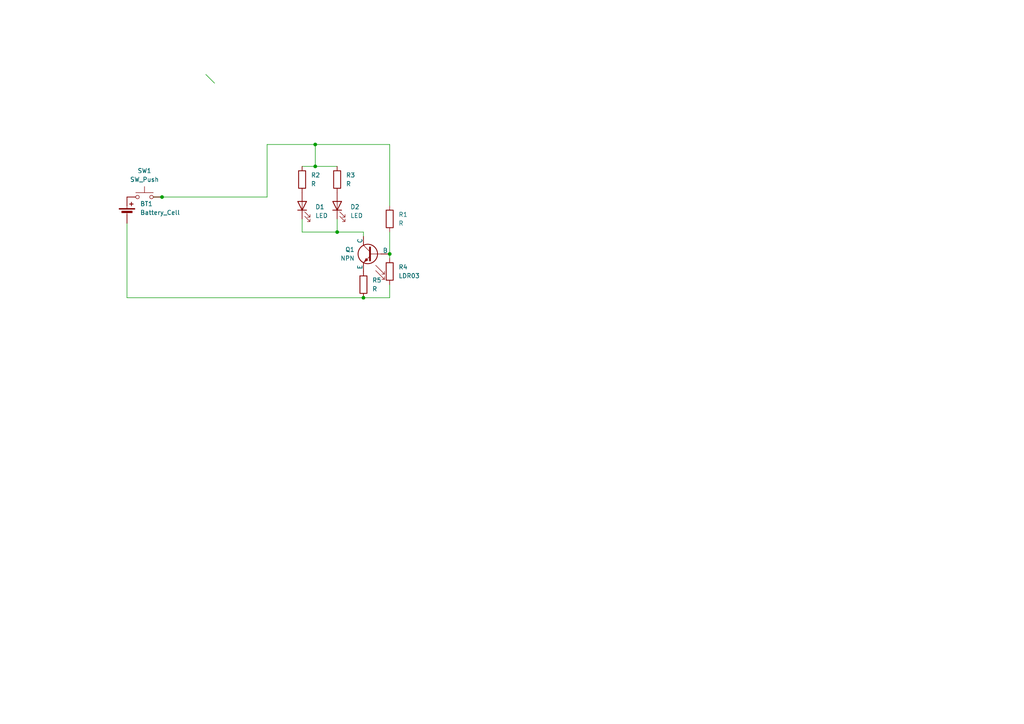
<source format=kicad_sch>
(kicad_sch (version 20250114) (generator "eeschema") (generator_version "9.0")
  (paper "A4")
  (lib_symbols
    (symbol "Device:Battery_Cell" (pin_numbers (hide yes)) (pin_names (offset 0) (hide yes))
      (property "Reference" "BT" (at 2.54 2.54 0))
      (property "Value" "Battery_Cell" (at 2.54 0 0))
      (symbol "Battery_Cell_0_1"
        (rectangle (start -2.286 1.778) (end 2.286 1.524) (fill (type outline)))
        (rectangle (start -1.524 1.016) (end 1.524 0.508) (fill (type outline)))
        (polyline (pts (xy 0 1.778) (xy 0 2.54)))
        (polyline (pts (xy 0 0.762) (xy 0 0)))
        (polyline (pts (xy 0.762 3.048) (xy 1.778 3.048)) (stroke (width 0.254)))
        (polyline (pts (xy 1.27 3.556) (xy 1.27 2.54)) (stroke (width 0.254)))
      )
      (symbol "Battery_Cell_1_1"
        (pin passive line (at 0 5.08 270) (length 2.54) (name "+") (number "1"))
        (pin passive line (at 0 -2.54 90) (length 2.54) (name "-") (number "2"))
      )
    )
    (symbol "Device:LED" (pin_numbers (hide yes)) (pin_names (offset 1.016) (hide yes))
      (property "Reference" "D" (at 0 2.54 0))
      (property "Value" "LED" (at 0 -2.54 0))
      (symbol "LED_0_1"
        (polyline (pts (xy -3.048 -0.762) (xy -4.572 -2.286) (xy -3.81 -2.286) (xy -4.572 -2.286) (xy -4.572 -1.524)))
        (polyline (pts (xy -1.778 -0.762) (xy -3.302 -2.286) (xy -2.54 -2.286) (xy -3.302 -2.286) (xy -3.302 -1.524)))
        (polyline (pts (xy -1.27 0) (xy 1.27 0)))
        (polyline (pts (xy -1.27 -1.27) (xy -1.27 1.27)) (stroke (width 0.254)))
        (polyline (pts (xy 1.27 -1.27) (xy 1.27 1.27) (xy -1.27 0) (xy 1.27 -1.27)) (stroke (width 0.254)))
      )
      (symbol "LED_1_1"
        (pin passive line (at -3.81 0 0) (length 2.54) (name "K") (number "1"))
        (pin passive line (at 3.81 0 180) (length 2.54) (name "A") (number "2"))
      )
    )
    (symbol "Device:R" (pin_numbers (hide yes)) (pin_names (offset 0))
      (property "Reference" "R" (at 2.032 0 90))
      (property "Value" "R" (at 0 0 90))
      (symbol "R_0_1"
        (rectangle (start -1.016 -2.54) (end 1.016 2.54) (stroke (width 0.254)))
      )
      (symbol "R_1_1"
        (pin passive line (at 0 3.81 270) (length 1.27) (name "~") (number "1"))
        (pin passive line (at 0 -3.81 90) (length 1.27) (name "~") (number "2"))
      )
    )
    (symbol "Sensor_Optical:LDR03" (pin_numbers (hide yes)) (pin_names (offset 0))
      (property "Reference" "R" (at -5.08 0 90))
      (property "Value" "LDR03" (at 1.905 0 90))
      (symbol "LDR03_0_1"
        (polyline (pts (xy -1.524 -0.762) (xy -4.064 1.778)))
        (polyline (pts (xy -1.524 -0.762) (xy -2.286 -0.762)))
        (polyline (pts (xy -1.524 -0.762) (xy -1.524 0)))
        (polyline (pts (xy -1.524 -2.286) (xy -4.064 0.254)))
        (polyline (pts (xy -1.524 -2.286) (xy -2.286 -2.286)))
        (polyline (pts (xy -1.524 -2.286) (xy -1.524 -1.524)))
        (rectangle (start -1.016 2.54) (end 1.016 -2.54) (stroke (width 0.254)))
      )
      (symbol "LDR03_1_1"
        (pin passive line (at 0 3.81 270) (length 1.27) (name "~") (number "1"))
        (pin passive line (at 0 -3.81 90) (length 1.27) (name "~") (number "2"))
      )
    )
    (symbol "Simulation_SPICE:NPN" (pin_numbers (hide yes)) (pin_names (offset 0))
      (property "Reference" "Q" (at -2.54 7.62 0))
      (property "Value" "NPN" (at -2.54 5.08 0))
      (symbol "NPN_0_1"
        (polyline (pts (xy -2.54 0) (xy 0.635 0)) (stroke (width 0.1524)))
        (polyline (pts (xy 0.635 1.905) (xy 0.635 -1.905) (xy 0.635 -1.905)) (stroke (width 0.508)))
        (polyline (pts (xy 0.635 0.635) (xy 2.54 2.54)))
        (polyline (pts (xy 0.635 -0.635) (xy 2.54 -2.54) (xy 2.54 -2.54)))
        (circle (center 1.27 0) (radius 2.8194) (stroke (width 0.254)))
        (polyline (pts (xy 1.27 -1.778) (xy 1.778 -1.27) (xy 2.286 -2.286) (xy 1.27 -1.778) (xy 1.27 -1.778)) (fill (type outline)))
        (polyline (pts (xy 2.794 -1.27) (xy 2.794 -1.27)) (stroke (width 0.1524)))
        (polyline (pts (xy 2.794 -1.27) (xy 2.794 -1.27)) (stroke (width 0.1524)))
      )
      (symbol "NPN_1_1"
        (pin input line (at -5.08 0 0) (length 2.54) (name "B") (number "2"))
        (pin open_collector line (at 2.54 5.08 270) (length 2.54) (name "C") (number "1"))
        (pin open_emitter line (at 2.54 -5.08 90) (length 2.54) (name "E") (number "3"))
      )
    )
    (symbol "Switch:SW_Push" (pin_numbers (hide yes)) (pin_names (offset 1.016) (hide yes))
      (property "Reference" "SW" (at 1.27 2.54 0))
      (property "Value" "SW_Push" (at 0 -1.524 0))
      (symbol "SW_Push_0_1"
        (circle (center -2.032 0) (radius 0.508))
        (polyline (pts (xy 0 1.27) (xy 0 3.048)))
        (circle (center 2.032 0) (radius 0.508))
        (polyline (pts (xy 2.54 1.27) (xy -2.54 1.27)))
        (pin passive line (at -5.08 0 0) (length 2.54) (name "1") (number "1"))
        (pin passive line (at 5.08 0 180) (length 2.54) (name "2") (number "2"))
      )
    )
  )
  (junction (at 113.03 73.66))
  (junction (at 91.44 48.26))
  (junction (at 91.44 41.91))
  (junction (at 46.99 57.15))
  (junction (at 97.79 67.31))
  (junction (at 105.41 86.36))
  (bus_entry (at 59.69 21.59) (size 2.54 2.54))
  (wire (pts (xy 113.03 67.31) (xy 113.03 73.66)))
  (wire (pts (xy 91.44 41.91) (xy 91.44 48.26)))
  (wire (pts (xy 87.63 67.31) (xy 97.79 67.31)))
  (wire (pts (xy 77.47 41.91) (xy 77.47 57.15)))
  (wire (pts (xy 113.03 73.66) (xy 113.03 74.93)))
  (wire (pts (xy 113.03 41.91) (xy 113.03 59.69)))
  (wire (pts (xy 105.41 67.31) (xy 105.41 68.58)))
  (wire (pts (xy 44.45 57.15) (xy 46.99 57.15)))
  (wire (pts (xy 91.44 41.91) (xy 113.03 41.91)))
  (wire (pts (xy 46.99 57.15) (xy 77.47 57.15)))
  (wire (pts (xy 105.41 86.36) (xy 113.03 86.36)))
  (wire (pts (xy 97.79 67.31) (xy 105.41 67.31)))
  (wire (pts (xy 36.83 86.36) (xy 105.41 86.36)))
  (wire (pts (xy 87.63 63.5) (xy 87.63 67.31)))
  (wire (pts (xy 97.79 67.31) (xy 97.79 63.5)))
  (wire (pts (xy 91.44 48.26) (xy 97.79 48.26)))
  (wire (pts (xy 87.63 48.26) (xy 91.44 48.26)))
  (wire (pts (xy 77.47 41.91) (xy 91.44 41.91)))
  (wire (pts (xy 113.03 86.36) (xy 113.03 82.55)))
  (wire (pts (xy 36.83 64.77) (xy 36.83 86.36)))
  (symbol (lib_id "Switch:SW_Push") (at 41.91 57.15 0) (unit 1)
    (property "Reference" "SW1" (at 41.91 49.53 0))
    (property "Value" "SW_Push" (at 41.91 52.07 0))
    (property "Footprint" "Button_Switch_THT:SW_PUSH_6mm" (effects (hide yes)))
    (property "Description" "Push button switch, generic, two pins" (effects (hide yes)))
  )
  (symbol (lib_id "Device:R") (at 97.79 52.07 0) (unit 1)
    (property "Reference" "R3" (at 100.33 50.7999 0) (effects (justify left)))
    (property "Value" "R" (at 100.33 53.3399 0) (effects (justify left)))
    (property "Footprint" "Resistor_THT:R_Axial_DIN0207_L6.3mm_D2.5mm_P7.62mm_Horizontal" (effects (hide yes)))
    (property "Description" "Resistor" (effects (hide yes)))
  )
  (symbol (lib_id "Device:R") (at 87.63 52.07 0) (unit 1)
    (property "Reference" "R2" (at 90.17 50.7999 0) (effects (justify left)))
    (property "Value" "R" (at 90.17 53.3399 0) (effects (justify left)))
    (property "Footprint" "Resistor_THT:R_Axial_DIN0207_L6.3mm_D2.5mm_P7.62mm_Horizontal" (effects (hide yes)))
    (property "Description" "Resistor" (effects (hide yes)))
  )
  (symbol (lib_id "Device:LED") (at 97.79 59.69 90) (unit 1)
    (property "Reference" "D2" (at 101.6 60.0074 90) (effects (justify right)))
    (property "Value" "LED" (at 101.6 62.5474 90) (effects (justify right)))
    (property "Footprint" "LED_THT:LED_D5.0mm" (effects (hide yes)))
    (property "Description" "Light emitting diode" (effects (hide yes)))
    (property "Sim.Pins" "1=K 2=A" (effects (hide yes)))
  )
  (symbol (lib_id "Device:Battery_Cell") (at 36.83 62.23 0) (unit 1)
    (property "Reference" "BT1" (at 40.64 59.1184 0) (effects (justify left)))
    (property "Value" "Battery_Cell" (at 40.64 61.6584 0) (effects (justify left)))
    (property "Footprint" "Battery:BatteryHolder_Keystone_3034_1x20mm" (effects (hide yes)))
    (property "Description" "Single-cell battery" (effects (hide yes)))
  )
  (symbol (lib_id "Device:LED") (at 87.63 59.69 90) (unit 1)
    (property "Reference" "D1" (at 91.44 60.0074 90) (effects (justify right)))
    (property "Value" "LED" (at 91.44 62.5474 90) (effects (justify right)))
    (property "Footprint" "LED_THT:LED_D5.0mm" (effects (hide yes)))
    (property "Description" "Light emitting diode" (effects (hide yes)))
    (property "Sim.Pins" "1=K 2=A" (effects (hide yes)))
  )
  (symbol (lib_id "Device:R") (at 113.03 63.5 0) (unit 1)
    (property "Reference" "R1" (at 115.57 62.2299 0) (effects (justify left)))
    (property "Value" "R" (at 115.57 64.7699 0) (effects (justify left)))
    (property "Footprint" "Resistor_THT:R_Axial_DIN0207_L6.3mm_D2.5mm_P7.62mm_Horizontal" (effects (hide yes)))
    (property "Description" "Resistor" (effects (hide yes)))
  )
  (symbol (lib_id "Device:R") (at 105.41 82.55 0) (unit 1)
    (property "Reference" "R5" (at 107.95 81.2799 0) (effects (justify left)))
    (property "Value" "R" (at 107.95 83.8199 0) (effects (justify left)))
    (property "Footprint" "Resistor_THT:R_Axial_DIN0207_L6.3mm_D2.5mm_P7.62mm_Horizontal" (effects (hide yes)))
    (property "Description" "Resistor" (effects (hide yes)))
  )
  (symbol (lib_id "Simulation_SPICE:NPN") (at 107.95 73.66 0) (mirror y) (unit 1)
    (property "Reference" "Q1" (at 102.87 72.3899 0) (effects (justify left)))
    (property "Value" "NPN" (at 102.87 74.9299 0) (effects (justify left)))
    (property "Footprint" "Package_TO_SOT_THT:TO-92L_HandSolder" (effects (hide yes)))
    (property "Datasheet" "https://ngspice.sourceforge.io/docs/ngspice-html-manual/manual.xhtml#cha_BJTs" (effects (hide yes)))
    (property "Description" "Bipolar transistor symbol for simulation only, substrate tied to the emitter" (effects (hide yes)))
    (property "Sim.Device" "NPN" (effects (hide yes)))
    (property "Sim.Type" "GUMMELPOON" (effects (hide yes)))
    (property "Sim.Pins" "1=C 2=B 3=E" (effects (hide yes)))
  )
  (symbol (lib_id "Sensor_Optical:LDR03") (at 113.03 78.74 0) (unit 1)
    (property "Reference" "R4" (at 115.57 77.4699 0) (effects (justify left)))
    (property "Value" "LDR03" (at 115.57 80.0099 0) (effects (justify left)))
    (property "Footprint" "OptoDevice:R_LDR_5.1x4.3mm_P3.4mm_Vertical" (effects (hide yes)))
    (property "Datasheet" "http://www.elektronica-componenten.nl/WebRoot/StoreNL/Shops/61422969/54F1/BA0C/C664/31B9/2173/C0A8/2AB9/2AEF/LDR03IMP.pdf" (effects (hide yes)))
    (property "Description" "light dependent resistor" (effects (hide yes)))
  )
)
</source>
